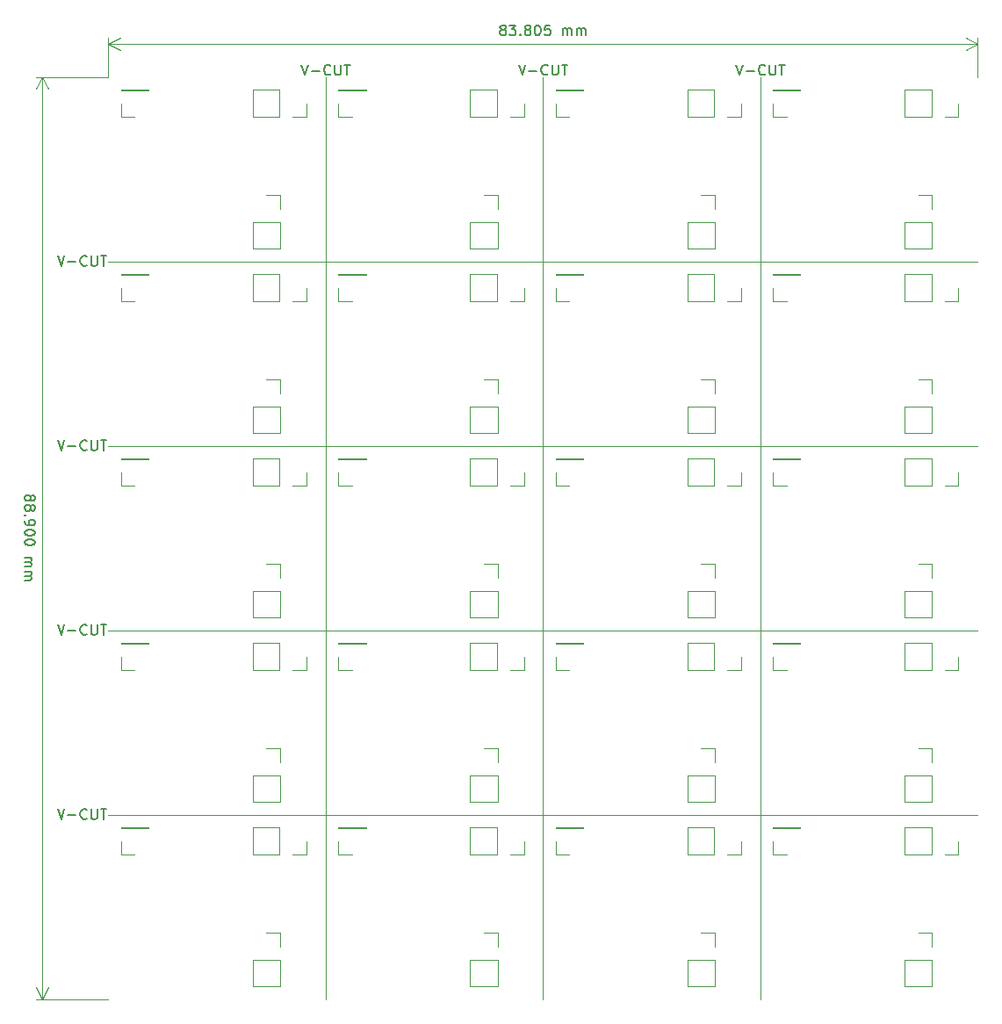
<source format=gbo>
G04 #@! TF.GenerationSoftware,KiCad,Pcbnew,(5.1.6)-1*
G04 #@! TF.CreationDate,2020-06-25T08:18:10+09:00*
G04 #@! TF.ProjectId,NOT___,4e4f5462-d851-42e6-9b69-6361645f7063,rev?*
G04 #@! TF.SameCoordinates,Original*
G04 #@! TF.FileFunction,Legend,Bot*
G04 #@! TF.FilePolarity,Positive*
%FSLAX46Y46*%
G04 Gerber Fmt 4.6, Leading zero omitted, Abs format (unit mm)*
G04 Created by KiCad (PCBNEW (5.1.6)-1) date 2020-06-25 08:18:10*
%MOMM*%
%LPD*%
G01*
G04 APERTURE LIST*
%ADD10C,0.150000*%
%ADD11C,0.120000*%
G04 APERTURE END LIST*
D10*
X28059047Y-72882619D02*
X28106666Y-72787380D01*
X28154285Y-72739761D01*
X28249523Y-72692142D01*
X28297142Y-72692142D01*
X28392380Y-72739761D01*
X28440000Y-72787380D01*
X28487619Y-72882619D01*
X28487619Y-73073095D01*
X28440000Y-73168333D01*
X28392380Y-73215952D01*
X28297142Y-73263571D01*
X28249523Y-73263571D01*
X28154285Y-73215952D01*
X28106666Y-73168333D01*
X28059047Y-73073095D01*
X28059047Y-72882619D01*
X28011428Y-72787380D01*
X27963809Y-72739761D01*
X27868571Y-72692142D01*
X27678095Y-72692142D01*
X27582857Y-72739761D01*
X27535238Y-72787380D01*
X27487619Y-72882619D01*
X27487619Y-73073095D01*
X27535238Y-73168333D01*
X27582857Y-73215952D01*
X27678095Y-73263571D01*
X27868571Y-73263571D01*
X27963809Y-73215952D01*
X28011428Y-73168333D01*
X28059047Y-73073095D01*
X28059047Y-73835000D02*
X28106666Y-73739761D01*
X28154285Y-73692142D01*
X28249523Y-73644523D01*
X28297142Y-73644523D01*
X28392380Y-73692142D01*
X28440000Y-73739761D01*
X28487619Y-73835000D01*
X28487619Y-74025476D01*
X28440000Y-74120714D01*
X28392380Y-74168333D01*
X28297142Y-74215952D01*
X28249523Y-74215952D01*
X28154285Y-74168333D01*
X28106666Y-74120714D01*
X28059047Y-74025476D01*
X28059047Y-73835000D01*
X28011428Y-73739761D01*
X27963809Y-73692142D01*
X27868571Y-73644523D01*
X27678095Y-73644523D01*
X27582857Y-73692142D01*
X27535238Y-73739761D01*
X27487619Y-73835000D01*
X27487619Y-74025476D01*
X27535238Y-74120714D01*
X27582857Y-74168333D01*
X27678095Y-74215952D01*
X27868571Y-74215952D01*
X27963809Y-74168333D01*
X28011428Y-74120714D01*
X28059047Y-74025476D01*
X27582857Y-74644523D02*
X27535238Y-74692142D01*
X27487619Y-74644523D01*
X27535238Y-74596904D01*
X27582857Y-74644523D01*
X27487619Y-74644523D01*
X27487619Y-75168333D02*
X27487619Y-75358809D01*
X27535238Y-75454047D01*
X27582857Y-75501666D01*
X27725714Y-75596904D01*
X27916190Y-75644523D01*
X28297142Y-75644523D01*
X28392380Y-75596904D01*
X28440000Y-75549285D01*
X28487619Y-75454047D01*
X28487619Y-75263571D01*
X28440000Y-75168333D01*
X28392380Y-75120714D01*
X28297142Y-75073095D01*
X28059047Y-75073095D01*
X27963809Y-75120714D01*
X27916190Y-75168333D01*
X27868571Y-75263571D01*
X27868571Y-75454047D01*
X27916190Y-75549285D01*
X27963809Y-75596904D01*
X28059047Y-75644523D01*
X28487619Y-76263571D02*
X28487619Y-76358809D01*
X28440000Y-76454047D01*
X28392380Y-76501666D01*
X28297142Y-76549285D01*
X28106666Y-76596904D01*
X27868571Y-76596904D01*
X27678095Y-76549285D01*
X27582857Y-76501666D01*
X27535238Y-76454047D01*
X27487619Y-76358809D01*
X27487619Y-76263571D01*
X27535238Y-76168333D01*
X27582857Y-76120714D01*
X27678095Y-76073095D01*
X27868571Y-76025476D01*
X28106666Y-76025476D01*
X28297142Y-76073095D01*
X28392380Y-76120714D01*
X28440000Y-76168333D01*
X28487619Y-76263571D01*
X28487619Y-77215952D02*
X28487619Y-77311190D01*
X28440000Y-77406428D01*
X28392380Y-77454047D01*
X28297142Y-77501666D01*
X28106666Y-77549285D01*
X27868571Y-77549285D01*
X27678095Y-77501666D01*
X27582857Y-77454047D01*
X27535238Y-77406428D01*
X27487619Y-77311190D01*
X27487619Y-77215952D01*
X27535238Y-77120714D01*
X27582857Y-77073095D01*
X27678095Y-77025476D01*
X27868571Y-76977857D01*
X28106666Y-76977857D01*
X28297142Y-77025476D01*
X28392380Y-77073095D01*
X28440000Y-77120714D01*
X28487619Y-77215952D01*
X27487619Y-78739761D02*
X28154285Y-78739761D01*
X28059047Y-78739761D02*
X28106666Y-78787380D01*
X28154285Y-78882619D01*
X28154285Y-79025476D01*
X28106666Y-79120714D01*
X28011428Y-79168333D01*
X27487619Y-79168333D01*
X28011428Y-79168333D02*
X28106666Y-79215952D01*
X28154285Y-79311190D01*
X28154285Y-79454047D01*
X28106666Y-79549285D01*
X28011428Y-79596904D01*
X27487619Y-79596904D01*
X27487619Y-80073095D02*
X28154285Y-80073095D01*
X28059047Y-80073095D02*
X28106666Y-80120714D01*
X28154285Y-80215952D01*
X28154285Y-80358809D01*
X28106666Y-80454047D01*
X28011428Y-80501666D01*
X27487619Y-80501666D01*
X28011428Y-80501666D02*
X28106666Y-80549285D01*
X28154285Y-80644523D01*
X28154285Y-80787380D01*
X28106666Y-80882619D01*
X28011428Y-80930238D01*
X27487619Y-80930238D01*
D11*
X29210000Y-32385000D02*
X29210000Y-121285000D01*
X35560000Y-32385000D02*
X28623579Y-32385000D01*
X35560000Y-121285000D02*
X28623579Y-121285000D01*
X29210000Y-121285000D02*
X28623579Y-120158496D01*
X29210000Y-121285000D02*
X29796421Y-120158496D01*
X29210000Y-32385000D02*
X28623579Y-33511504D01*
X29210000Y-32385000D02*
X29796421Y-33511504D01*
D10*
X73510119Y-27820952D02*
X73414880Y-27773333D01*
X73367261Y-27725714D01*
X73319642Y-27630476D01*
X73319642Y-27582857D01*
X73367261Y-27487619D01*
X73414880Y-27440000D01*
X73510119Y-27392380D01*
X73700595Y-27392380D01*
X73795833Y-27440000D01*
X73843452Y-27487619D01*
X73891071Y-27582857D01*
X73891071Y-27630476D01*
X73843452Y-27725714D01*
X73795833Y-27773333D01*
X73700595Y-27820952D01*
X73510119Y-27820952D01*
X73414880Y-27868571D01*
X73367261Y-27916190D01*
X73319642Y-28011428D01*
X73319642Y-28201904D01*
X73367261Y-28297142D01*
X73414880Y-28344761D01*
X73510119Y-28392380D01*
X73700595Y-28392380D01*
X73795833Y-28344761D01*
X73843452Y-28297142D01*
X73891071Y-28201904D01*
X73891071Y-28011428D01*
X73843452Y-27916190D01*
X73795833Y-27868571D01*
X73700595Y-27820952D01*
X74224404Y-27392380D02*
X74843452Y-27392380D01*
X74510119Y-27773333D01*
X74652976Y-27773333D01*
X74748214Y-27820952D01*
X74795833Y-27868571D01*
X74843452Y-27963809D01*
X74843452Y-28201904D01*
X74795833Y-28297142D01*
X74748214Y-28344761D01*
X74652976Y-28392380D01*
X74367261Y-28392380D01*
X74272023Y-28344761D01*
X74224404Y-28297142D01*
X75272023Y-28297142D02*
X75319642Y-28344761D01*
X75272023Y-28392380D01*
X75224404Y-28344761D01*
X75272023Y-28297142D01*
X75272023Y-28392380D01*
X75891071Y-27820952D02*
X75795833Y-27773333D01*
X75748214Y-27725714D01*
X75700595Y-27630476D01*
X75700595Y-27582857D01*
X75748214Y-27487619D01*
X75795833Y-27440000D01*
X75891071Y-27392380D01*
X76081547Y-27392380D01*
X76176785Y-27440000D01*
X76224404Y-27487619D01*
X76272023Y-27582857D01*
X76272023Y-27630476D01*
X76224404Y-27725714D01*
X76176785Y-27773333D01*
X76081547Y-27820952D01*
X75891071Y-27820952D01*
X75795833Y-27868571D01*
X75748214Y-27916190D01*
X75700595Y-28011428D01*
X75700595Y-28201904D01*
X75748214Y-28297142D01*
X75795833Y-28344761D01*
X75891071Y-28392380D01*
X76081547Y-28392380D01*
X76176785Y-28344761D01*
X76224404Y-28297142D01*
X76272023Y-28201904D01*
X76272023Y-28011428D01*
X76224404Y-27916190D01*
X76176785Y-27868571D01*
X76081547Y-27820952D01*
X76891071Y-27392380D02*
X76986309Y-27392380D01*
X77081547Y-27440000D01*
X77129166Y-27487619D01*
X77176785Y-27582857D01*
X77224404Y-27773333D01*
X77224404Y-28011428D01*
X77176785Y-28201904D01*
X77129166Y-28297142D01*
X77081547Y-28344761D01*
X76986309Y-28392380D01*
X76891071Y-28392380D01*
X76795833Y-28344761D01*
X76748214Y-28297142D01*
X76700595Y-28201904D01*
X76652976Y-28011428D01*
X76652976Y-27773333D01*
X76700595Y-27582857D01*
X76748214Y-27487619D01*
X76795833Y-27440000D01*
X76891071Y-27392380D01*
X78129166Y-27392380D02*
X77652976Y-27392380D01*
X77605357Y-27868571D01*
X77652976Y-27820952D01*
X77748214Y-27773333D01*
X77986309Y-27773333D01*
X78081547Y-27820952D01*
X78129166Y-27868571D01*
X78176785Y-27963809D01*
X78176785Y-28201904D01*
X78129166Y-28297142D01*
X78081547Y-28344761D01*
X77986309Y-28392380D01*
X77748214Y-28392380D01*
X77652976Y-28344761D01*
X77605357Y-28297142D01*
X79367261Y-28392380D02*
X79367261Y-27725714D01*
X79367261Y-27820952D02*
X79414880Y-27773333D01*
X79510119Y-27725714D01*
X79652976Y-27725714D01*
X79748214Y-27773333D01*
X79795833Y-27868571D01*
X79795833Y-28392380D01*
X79795833Y-27868571D02*
X79843452Y-27773333D01*
X79938690Y-27725714D01*
X80081547Y-27725714D01*
X80176785Y-27773333D01*
X80224404Y-27868571D01*
X80224404Y-28392380D01*
X80700595Y-28392380D02*
X80700595Y-27725714D01*
X80700595Y-27820952D02*
X80748214Y-27773333D01*
X80843452Y-27725714D01*
X80986309Y-27725714D01*
X81081547Y-27773333D01*
X81129166Y-27868571D01*
X81129166Y-28392380D01*
X81129166Y-27868571D02*
X81176785Y-27773333D01*
X81272023Y-27725714D01*
X81414880Y-27725714D01*
X81510119Y-27773333D01*
X81557738Y-27868571D01*
X81557738Y-28392380D01*
D11*
X35560000Y-29210000D02*
X119365000Y-29210000D01*
X35560000Y-32385000D02*
X35560000Y-28623579D01*
X119365000Y-32385000D02*
X119365000Y-28623579D01*
X119365000Y-29210000D02*
X118238496Y-29796421D01*
X119365000Y-29210000D02*
X118238496Y-28623579D01*
X35560000Y-29210000D02*
X36686504Y-29796421D01*
X35560000Y-29210000D02*
X36686504Y-28623579D01*
D10*
X30662857Y-102957380D02*
X30996190Y-103957380D01*
X31329523Y-102957380D01*
X31662857Y-103576428D02*
X32424761Y-103576428D01*
X33472380Y-103862142D02*
X33424761Y-103909761D01*
X33281904Y-103957380D01*
X33186666Y-103957380D01*
X33043809Y-103909761D01*
X32948571Y-103814523D01*
X32900952Y-103719285D01*
X32853333Y-103528809D01*
X32853333Y-103385952D01*
X32900952Y-103195476D01*
X32948571Y-103100238D01*
X33043809Y-103005000D01*
X33186666Y-102957380D01*
X33281904Y-102957380D01*
X33424761Y-103005000D01*
X33472380Y-103052619D01*
X33900952Y-102957380D02*
X33900952Y-103766904D01*
X33948571Y-103862142D01*
X33996190Y-103909761D01*
X34091428Y-103957380D01*
X34281904Y-103957380D01*
X34377142Y-103909761D01*
X34424761Y-103862142D01*
X34472380Y-103766904D01*
X34472380Y-102957380D01*
X34805714Y-102957380D02*
X35377142Y-102957380D01*
X35091428Y-103957380D02*
X35091428Y-102957380D01*
X30662857Y-85177380D02*
X30996190Y-86177380D01*
X31329523Y-85177380D01*
X31662857Y-85796428D02*
X32424761Y-85796428D01*
X33472380Y-86082142D02*
X33424761Y-86129761D01*
X33281904Y-86177380D01*
X33186666Y-86177380D01*
X33043809Y-86129761D01*
X32948571Y-86034523D01*
X32900952Y-85939285D01*
X32853333Y-85748809D01*
X32853333Y-85605952D01*
X32900952Y-85415476D01*
X32948571Y-85320238D01*
X33043809Y-85225000D01*
X33186666Y-85177380D01*
X33281904Y-85177380D01*
X33424761Y-85225000D01*
X33472380Y-85272619D01*
X33900952Y-85177380D02*
X33900952Y-85986904D01*
X33948571Y-86082142D01*
X33996190Y-86129761D01*
X34091428Y-86177380D01*
X34281904Y-86177380D01*
X34377142Y-86129761D01*
X34424761Y-86082142D01*
X34472380Y-85986904D01*
X34472380Y-85177380D01*
X34805714Y-85177380D02*
X35377142Y-85177380D01*
X35091428Y-86177380D02*
X35091428Y-85177380D01*
X30662857Y-67397380D02*
X30996190Y-68397380D01*
X31329523Y-67397380D01*
X31662857Y-68016428D02*
X32424761Y-68016428D01*
X33472380Y-68302142D02*
X33424761Y-68349761D01*
X33281904Y-68397380D01*
X33186666Y-68397380D01*
X33043809Y-68349761D01*
X32948571Y-68254523D01*
X32900952Y-68159285D01*
X32853333Y-67968809D01*
X32853333Y-67825952D01*
X32900952Y-67635476D01*
X32948571Y-67540238D01*
X33043809Y-67445000D01*
X33186666Y-67397380D01*
X33281904Y-67397380D01*
X33424761Y-67445000D01*
X33472380Y-67492619D01*
X33900952Y-67397380D02*
X33900952Y-68206904D01*
X33948571Y-68302142D01*
X33996190Y-68349761D01*
X34091428Y-68397380D01*
X34281904Y-68397380D01*
X34377142Y-68349761D01*
X34424761Y-68302142D01*
X34472380Y-68206904D01*
X34472380Y-67397380D01*
X34805714Y-67397380D02*
X35377142Y-67397380D01*
X35091428Y-68397380D02*
X35091428Y-67397380D01*
X30662857Y-49617380D02*
X30996190Y-50617380D01*
X31329523Y-49617380D01*
X31662857Y-50236428D02*
X32424761Y-50236428D01*
X33472380Y-50522142D02*
X33424761Y-50569761D01*
X33281904Y-50617380D01*
X33186666Y-50617380D01*
X33043809Y-50569761D01*
X32948571Y-50474523D01*
X32900952Y-50379285D01*
X32853333Y-50188809D01*
X32853333Y-50045952D01*
X32900952Y-49855476D01*
X32948571Y-49760238D01*
X33043809Y-49665000D01*
X33186666Y-49617380D01*
X33281904Y-49617380D01*
X33424761Y-49665000D01*
X33472380Y-49712619D01*
X33900952Y-49617380D02*
X33900952Y-50426904D01*
X33948571Y-50522142D01*
X33996190Y-50569761D01*
X34091428Y-50617380D01*
X34281904Y-50617380D01*
X34377142Y-50569761D01*
X34424761Y-50522142D01*
X34472380Y-50426904D01*
X34472380Y-49617380D01*
X34805714Y-49617380D02*
X35377142Y-49617380D01*
X35091428Y-50617380D02*
X35091428Y-49617380D01*
X96067857Y-31202380D02*
X96401190Y-32202380D01*
X96734523Y-31202380D01*
X97067857Y-31821428D02*
X97829761Y-31821428D01*
X98877380Y-32107142D02*
X98829761Y-32154761D01*
X98686904Y-32202380D01*
X98591666Y-32202380D01*
X98448809Y-32154761D01*
X98353571Y-32059523D01*
X98305952Y-31964285D01*
X98258333Y-31773809D01*
X98258333Y-31630952D01*
X98305952Y-31440476D01*
X98353571Y-31345238D01*
X98448809Y-31250000D01*
X98591666Y-31202380D01*
X98686904Y-31202380D01*
X98829761Y-31250000D01*
X98877380Y-31297619D01*
X99305952Y-31202380D02*
X99305952Y-32011904D01*
X99353571Y-32107142D01*
X99401190Y-32154761D01*
X99496428Y-32202380D01*
X99686904Y-32202380D01*
X99782142Y-32154761D01*
X99829761Y-32107142D01*
X99877380Y-32011904D01*
X99877380Y-31202380D01*
X100210714Y-31202380D02*
X100782142Y-31202380D01*
X100496428Y-32202380D02*
X100496428Y-31202380D01*
X75112857Y-31202380D02*
X75446190Y-32202380D01*
X75779523Y-31202380D01*
X76112857Y-31821428D02*
X76874761Y-31821428D01*
X77922380Y-32107142D02*
X77874761Y-32154761D01*
X77731904Y-32202380D01*
X77636666Y-32202380D01*
X77493809Y-32154761D01*
X77398571Y-32059523D01*
X77350952Y-31964285D01*
X77303333Y-31773809D01*
X77303333Y-31630952D01*
X77350952Y-31440476D01*
X77398571Y-31345238D01*
X77493809Y-31250000D01*
X77636666Y-31202380D01*
X77731904Y-31202380D01*
X77874761Y-31250000D01*
X77922380Y-31297619D01*
X78350952Y-31202380D02*
X78350952Y-32011904D01*
X78398571Y-32107142D01*
X78446190Y-32154761D01*
X78541428Y-32202380D01*
X78731904Y-32202380D01*
X78827142Y-32154761D01*
X78874761Y-32107142D01*
X78922380Y-32011904D01*
X78922380Y-31202380D01*
X79255714Y-31202380D02*
X79827142Y-31202380D01*
X79541428Y-32202380D02*
X79541428Y-31202380D01*
X54157857Y-31202380D02*
X54491190Y-32202380D01*
X54824523Y-31202380D01*
X55157857Y-31821428D02*
X55919761Y-31821428D01*
X56967380Y-32107142D02*
X56919761Y-32154761D01*
X56776904Y-32202380D01*
X56681666Y-32202380D01*
X56538809Y-32154761D01*
X56443571Y-32059523D01*
X56395952Y-31964285D01*
X56348333Y-31773809D01*
X56348333Y-31630952D01*
X56395952Y-31440476D01*
X56443571Y-31345238D01*
X56538809Y-31250000D01*
X56681666Y-31202380D01*
X56776904Y-31202380D01*
X56919761Y-31250000D01*
X56967380Y-31297619D01*
X57395952Y-31202380D02*
X57395952Y-32011904D01*
X57443571Y-32107142D01*
X57491190Y-32154761D01*
X57586428Y-32202380D01*
X57776904Y-32202380D01*
X57872142Y-32154761D01*
X57919761Y-32107142D01*
X57967380Y-32011904D01*
X57967380Y-31202380D01*
X58300714Y-31202380D02*
X58872142Y-31202380D01*
X58586428Y-32202380D02*
X58586428Y-31202380D01*
D11*
X119380000Y-50165000D02*
X35560000Y-50165000D01*
X35560000Y-67945000D02*
X119380000Y-67945000D01*
X119380000Y-85725000D02*
X35560000Y-85725000D01*
X35560000Y-103505000D02*
X119380000Y-103505000D01*
X98425000Y-32385000D02*
X98425000Y-121285000D01*
X77470000Y-121285000D02*
X77470000Y-32385000D01*
X56515000Y-32385000D02*
X56515000Y-121285000D01*
X112320000Y-107375000D02*
X112320000Y-104715000D01*
X114920000Y-107375000D02*
X112320000Y-107375000D01*
X114920000Y-104715000D02*
X112320000Y-104715000D01*
X114920000Y-107375000D02*
X114920000Y-104715000D01*
X116190000Y-107375000D02*
X117520000Y-107375000D01*
X117520000Y-107375000D02*
X117520000Y-106045000D01*
X91370000Y-107375000D02*
X91370000Y-104715000D01*
X93970000Y-107375000D02*
X91370000Y-107375000D01*
X93970000Y-104715000D02*
X91370000Y-104715000D01*
X93970000Y-107375000D02*
X93970000Y-104715000D01*
X95240000Y-107375000D02*
X96570000Y-107375000D01*
X96570000Y-107375000D02*
X96570000Y-106045000D01*
X70420000Y-107375000D02*
X70420000Y-104715000D01*
X73020000Y-107375000D02*
X70420000Y-107375000D01*
X73020000Y-104715000D02*
X70420000Y-104715000D01*
X73020000Y-107375000D02*
X73020000Y-104715000D01*
X74290000Y-107375000D02*
X75620000Y-107375000D01*
X75620000Y-107375000D02*
X75620000Y-106045000D01*
X49470000Y-107375000D02*
X49470000Y-104715000D01*
X52070000Y-107375000D02*
X49470000Y-107375000D01*
X52070000Y-104715000D02*
X49470000Y-104715000D01*
X52070000Y-107375000D02*
X52070000Y-104715000D01*
X53340000Y-107375000D02*
X54670000Y-107375000D01*
X54670000Y-107375000D02*
X54670000Y-106045000D01*
X112320000Y-89595000D02*
X112320000Y-86935000D01*
X114920000Y-89595000D02*
X112320000Y-89595000D01*
X114920000Y-86935000D02*
X112320000Y-86935000D01*
X114920000Y-89595000D02*
X114920000Y-86935000D01*
X116190000Y-89595000D02*
X117520000Y-89595000D01*
X117520000Y-89595000D02*
X117520000Y-88265000D01*
X91370000Y-89595000D02*
X91370000Y-86935000D01*
X93970000Y-89595000D02*
X91370000Y-89595000D01*
X93970000Y-86935000D02*
X91370000Y-86935000D01*
X93970000Y-89595000D02*
X93970000Y-86935000D01*
X95240000Y-89595000D02*
X96570000Y-89595000D01*
X96570000Y-89595000D02*
X96570000Y-88265000D01*
X70420000Y-89595000D02*
X70420000Y-86935000D01*
X73020000Y-89595000D02*
X70420000Y-89595000D01*
X73020000Y-86935000D02*
X70420000Y-86935000D01*
X73020000Y-89595000D02*
X73020000Y-86935000D01*
X74290000Y-89595000D02*
X75620000Y-89595000D01*
X75620000Y-89595000D02*
X75620000Y-88265000D01*
X49470000Y-89595000D02*
X49470000Y-86935000D01*
X52070000Y-89595000D02*
X49470000Y-89595000D01*
X52070000Y-86935000D02*
X49470000Y-86935000D01*
X52070000Y-89595000D02*
X52070000Y-86935000D01*
X53340000Y-89595000D02*
X54670000Y-89595000D01*
X54670000Y-89595000D02*
X54670000Y-88265000D01*
X112320000Y-71815000D02*
X112320000Y-69155000D01*
X114920000Y-71815000D02*
X112320000Y-71815000D01*
X114920000Y-69155000D02*
X112320000Y-69155000D01*
X114920000Y-71815000D02*
X114920000Y-69155000D01*
X116190000Y-71815000D02*
X117520000Y-71815000D01*
X117520000Y-71815000D02*
X117520000Y-70485000D01*
X91370000Y-71815000D02*
X91370000Y-69155000D01*
X93970000Y-71815000D02*
X91370000Y-71815000D01*
X93970000Y-69155000D02*
X91370000Y-69155000D01*
X93970000Y-71815000D02*
X93970000Y-69155000D01*
X95240000Y-71815000D02*
X96570000Y-71815000D01*
X96570000Y-71815000D02*
X96570000Y-70485000D01*
X70420000Y-71815000D02*
X70420000Y-69155000D01*
X73020000Y-71815000D02*
X70420000Y-71815000D01*
X73020000Y-69155000D02*
X70420000Y-69155000D01*
X73020000Y-71815000D02*
X73020000Y-69155000D01*
X74290000Y-71815000D02*
X75620000Y-71815000D01*
X75620000Y-71815000D02*
X75620000Y-70485000D01*
X49470000Y-71815000D02*
X49470000Y-69155000D01*
X52070000Y-71815000D02*
X49470000Y-71815000D01*
X52070000Y-69155000D02*
X49470000Y-69155000D01*
X52070000Y-71815000D02*
X52070000Y-69155000D01*
X53340000Y-71815000D02*
X54670000Y-71815000D01*
X54670000Y-71815000D02*
X54670000Y-70485000D01*
X112320000Y-54035000D02*
X112320000Y-51375000D01*
X114920000Y-54035000D02*
X112320000Y-54035000D01*
X114920000Y-51375000D02*
X112320000Y-51375000D01*
X114920000Y-54035000D02*
X114920000Y-51375000D01*
X116190000Y-54035000D02*
X117520000Y-54035000D01*
X117520000Y-54035000D02*
X117520000Y-52705000D01*
X91370000Y-54035000D02*
X91370000Y-51375000D01*
X93970000Y-54035000D02*
X91370000Y-54035000D01*
X93970000Y-51375000D02*
X91370000Y-51375000D01*
X93970000Y-54035000D02*
X93970000Y-51375000D01*
X95240000Y-54035000D02*
X96570000Y-54035000D01*
X96570000Y-54035000D02*
X96570000Y-52705000D01*
X70420000Y-54035000D02*
X70420000Y-51375000D01*
X73020000Y-54035000D02*
X70420000Y-54035000D01*
X73020000Y-51375000D02*
X70420000Y-51375000D01*
X73020000Y-54035000D02*
X73020000Y-51375000D01*
X74290000Y-54035000D02*
X75620000Y-54035000D01*
X75620000Y-54035000D02*
X75620000Y-52705000D01*
X49470000Y-54035000D02*
X49470000Y-51375000D01*
X52070000Y-54035000D02*
X49470000Y-54035000D01*
X52070000Y-51375000D02*
X49470000Y-51375000D01*
X52070000Y-54035000D02*
X52070000Y-51375000D01*
X53340000Y-54035000D02*
X54670000Y-54035000D01*
X54670000Y-54035000D02*
X54670000Y-52705000D01*
X112320000Y-36255000D02*
X112320000Y-33595000D01*
X114920000Y-36255000D02*
X112320000Y-36255000D01*
X114920000Y-33595000D02*
X112320000Y-33595000D01*
X114920000Y-36255000D02*
X114920000Y-33595000D01*
X116190000Y-36255000D02*
X117520000Y-36255000D01*
X117520000Y-36255000D02*
X117520000Y-34925000D01*
X91370000Y-36255000D02*
X91370000Y-33595000D01*
X93970000Y-36255000D02*
X91370000Y-36255000D01*
X93970000Y-33595000D02*
X91370000Y-33595000D01*
X93970000Y-36255000D02*
X93970000Y-33595000D01*
X95240000Y-36255000D02*
X96570000Y-36255000D01*
X96570000Y-36255000D02*
X96570000Y-34925000D01*
X70420000Y-36255000D02*
X70420000Y-33595000D01*
X73020000Y-36255000D02*
X70420000Y-36255000D01*
X73020000Y-33595000D02*
X70420000Y-33595000D01*
X73020000Y-36255000D02*
X73020000Y-33595000D01*
X74290000Y-36255000D02*
X75620000Y-36255000D01*
X75620000Y-36255000D02*
X75620000Y-34925000D01*
X99620000Y-104715000D02*
X102280000Y-104715000D01*
X99620000Y-104775000D02*
X99620000Y-104715000D01*
X102280000Y-104775000D02*
X102280000Y-104715000D01*
X99620000Y-104775000D02*
X102280000Y-104775000D01*
X99620000Y-106045000D02*
X99620000Y-107375000D01*
X99620000Y-107375000D02*
X100950000Y-107375000D01*
X78670000Y-104715000D02*
X81330000Y-104715000D01*
X78670000Y-104775000D02*
X78670000Y-104715000D01*
X81330000Y-104775000D02*
X81330000Y-104715000D01*
X78670000Y-104775000D02*
X81330000Y-104775000D01*
X78670000Y-106045000D02*
X78670000Y-107375000D01*
X78670000Y-107375000D02*
X80000000Y-107375000D01*
X57720000Y-104715000D02*
X60380000Y-104715000D01*
X57720000Y-104775000D02*
X57720000Y-104715000D01*
X60380000Y-104775000D02*
X60380000Y-104715000D01*
X57720000Y-104775000D02*
X60380000Y-104775000D01*
X57720000Y-106045000D02*
X57720000Y-107375000D01*
X57720000Y-107375000D02*
X59050000Y-107375000D01*
X36770000Y-104715000D02*
X39430000Y-104715000D01*
X36770000Y-104775000D02*
X36770000Y-104715000D01*
X39430000Y-104775000D02*
X39430000Y-104715000D01*
X36770000Y-104775000D02*
X39430000Y-104775000D01*
X36770000Y-106045000D02*
X36770000Y-107375000D01*
X36770000Y-107375000D02*
X38100000Y-107375000D01*
X99620000Y-86935000D02*
X102280000Y-86935000D01*
X99620000Y-86995000D02*
X99620000Y-86935000D01*
X102280000Y-86995000D02*
X102280000Y-86935000D01*
X99620000Y-86995000D02*
X102280000Y-86995000D01*
X99620000Y-88265000D02*
X99620000Y-89595000D01*
X99620000Y-89595000D02*
X100950000Y-89595000D01*
X78670000Y-86935000D02*
X81330000Y-86935000D01*
X78670000Y-86995000D02*
X78670000Y-86935000D01*
X81330000Y-86995000D02*
X81330000Y-86935000D01*
X78670000Y-86995000D02*
X81330000Y-86995000D01*
X78670000Y-88265000D02*
X78670000Y-89595000D01*
X78670000Y-89595000D02*
X80000000Y-89595000D01*
X57720000Y-86935000D02*
X60380000Y-86935000D01*
X57720000Y-86995000D02*
X57720000Y-86935000D01*
X60380000Y-86995000D02*
X60380000Y-86935000D01*
X57720000Y-86995000D02*
X60380000Y-86995000D01*
X57720000Y-88265000D02*
X57720000Y-89595000D01*
X57720000Y-89595000D02*
X59050000Y-89595000D01*
X36770000Y-86935000D02*
X39430000Y-86935000D01*
X36770000Y-86995000D02*
X36770000Y-86935000D01*
X39430000Y-86995000D02*
X39430000Y-86935000D01*
X36770000Y-86995000D02*
X39430000Y-86995000D01*
X36770000Y-88265000D02*
X36770000Y-89595000D01*
X36770000Y-89595000D02*
X38100000Y-89595000D01*
X99620000Y-69155000D02*
X102280000Y-69155000D01*
X99620000Y-69215000D02*
X99620000Y-69155000D01*
X102280000Y-69215000D02*
X102280000Y-69155000D01*
X99620000Y-69215000D02*
X102280000Y-69215000D01*
X99620000Y-70485000D02*
X99620000Y-71815000D01*
X99620000Y-71815000D02*
X100950000Y-71815000D01*
X78670000Y-69155000D02*
X81330000Y-69155000D01*
X78670000Y-69215000D02*
X78670000Y-69155000D01*
X81330000Y-69215000D02*
X81330000Y-69155000D01*
X78670000Y-69215000D02*
X81330000Y-69215000D01*
X78670000Y-70485000D02*
X78670000Y-71815000D01*
X78670000Y-71815000D02*
X80000000Y-71815000D01*
X57720000Y-69155000D02*
X60380000Y-69155000D01*
X57720000Y-69215000D02*
X57720000Y-69155000D01*
X60380000Y-69215000D02*
X60380000Y-69155000D01*
X57720000Y-69215000D02*
X60380000Y-69215000D01*
X57720000Y-70485000D02*
X57720000Y-71815000D01*
X57720000Y-71815000D02*
X59050000Y-71815000D01*
X36770000Y-69155000D02*
X39430000Y-69155000D01*
X36770000Y-69215000D02*
X36770000Y-69155000D01*
X39430000Y-69215000D02*
X39430000Y-69155000D01*
X36770000Y-69215000D02*
X39430000Y-69215000D01*
X36770000Y-70485000D02*
X36770000Y-71815000D01*
X36770000Y-71815000D02*
X38100000Y-71815000D01*
X99620000Y-51375000D02*
X102280000Y-51375000D01*
X99620000Y-51435000D02*
X99620000Y-51375000D01*
X102280000Y-51435000D02*
X102280000Y-51375000D01*
X99620000Y-51435000D02*
X102280000Y-51435000D01*
X99620000Y-52705000D02*
X99620000Y-54035000D01*
X99620000Y-54035000D02*
X100950000Y-54035000D01*
X78670000Y-51375000D02*
X81330000Y-51375000D01*
X78670000Y-51435000D02*
X78670000Y-51375000D01*
X81330000Y-51435000D02*
X81330000Y-51375000D01*
X78670000Y-51435000D02*
X81330000Y-51435000D01*
X78670000Y-52705000D02*
X78670000Y-54035000D01*
X78670000Y-54035000D02*
X80000000Y-54035000D01*
X57720000Y-51375000D02*
X60380000Y-51375000D01*
X57720000Y-51435000D02*
X57720000Y-51375000D01*
X60380000Y-51435000D02*
X60380000Y-51375000D01*
X57720000Y-51435000D02*
X60380000Y-51435000D01*
X57720000Y-52705000D02*
X57720000Y-54035000D01*
X57720000Y-54035000D02*
X59050000Y-54035000D01*
X36770000Y-51375000D02*
X39430000Y-51375000D01*
X36770000Y-51435000D02*
X36770000Y-51375000D01*
X39430000Y-51435000D02*
X39430000Y-51375000D01*
X36770000Y-51435000D02*
X39430000Y-51435000D01*
X36770000Y-52705000D02*
X36770000Y-54035000D01*
X36770000Y-54035000D02*
X38100000Y-54035000D01*
X99620000Y-33595000D02*
X102280000Y-33595000D01*
X99620000Y-33655000D02*
X99620000Y-33595000D01*
X102280000Y-33655000D02*
X102280000Y-33595000D01*
X99620000Y-33655000D02*
X102280000Y-33655000D01*
X99620000Y-34925000D02*
X99620000Y-36255000D01*
X99620000Y-36255000D02*
X100950000Y-36255000D01*
X78670000Y-33595000D02*
X81330000Y-33595000D01*
X78670000Y-33655000D02*
X78670000Y-33595000D01*
X81330000Y-33655000D02*
X81330000Y-33595000D01*
X78670000Y-33655000D02*
X81330000Y-33655000D01*
X78670000Y-34925000D02*
X78670000Y-36255000D01*
X78670000Y-36255000D02*
X80000000Y-36255000D01*
X57720000Y-33595000D02*
X60380000Y-33595000D01*
X57720000Y-33655000D02*
X57720000Y-33595000D01*
X60380000Y-33655000D02*
X60380000Y-33595000D01*
X57720000Y-33655000D02*
X60380000Y-33655000D01*
X57720000Y-34925000D02*
X57720000Y-36255000D01*
X57720000Y-36255000D02*
X59050000Y-36255000D01*
X114980000Y-114875000D02*
X113650000Y-114875000D01*
X114980000Y-116205000D02*
X114980000Y-114875000D01*
X114980000Y-117475000D02*
X112320000Y-117475000D01*
X112320000Y-117475000D02*
X112320000Y-120075000D01*
X114980000Y-117475000D02*
X114980000Y-120075000D01*
X114980000Y-120075000D02*
X112320000Y-120075000D01*
X94030000Y-114875000D02*
X92700000Y-114875000D01*
X94030000Y-116205000D02*
X94030000Y-114875000D01*
X94030000Y-117475000D02*
X91370000Y-117475000D01*
X91370000Y-117475000D02*
X91370000Y-120075000D01*
X94030000Y-117475000D02*
X94030000Y-120075000D01*
X94030000Y-120075000D02*
X91370000Y-120075000D01*
X73080000Y-114875000D02*
X71750000Y-114875000D01*
X73080000Y-116205000D02*
X73080000Y-114875000D01*
X73080000Y-117475000D02*
X70420000Y-117475000D01*
X70420000Y-117475000D02*
X70420000Y-120075000D01*
X73080000Y-117475000D02*
X73080000Y-120075000D01*
X73080000Y-120075000D02*
X70420000Y-120075000D01*
X52130000Y-114875000D02*
X50800000Y-114875000D01*
X52130000Y-116205000D02*
X52130000Y-114875000D01*
X52130000Y-117475000D02*
X49470000Y-117475000D01*
X49470000Y-117475000D02*
X49470000Y-120075000D01*
X52130000Y-117475000D02*
X52130000Y-120075000D01*
X52130000Y-120075000D02*
X49470000Y-120075000D01*
X114980000Y-97095000D02*
X113650000Y-97095000D01*
X114980000Y-98425000D02*
X114980000Y-97095000D01*
X114980000Y-99695000D02*
X112320000Y-99695000D01*
X112320000Y-99695000D02*
X112320000Y-102295000D01*
X114980000Y-99695000D02*
X114980000Y-102295000D01*
X114980000Y-102295000D02*
X112320000Y-102295000D01*
X94030000Y-97095000D02*
X92700000Y-97095000D01*
X94030000Y-98425000D02*
X94030000Y-97095000D01*
X94030000Y-99695000D02*
X91370000Y-99695000D01*
X91370000Y-99695000D02*
X91370000Y-102295000D01*
X94030000Y-99695000D02*
X94030000Y-102295000D01*
X94030000Y-102295000D02*
X91370000Y-102295000D01*
X73080000Y-97095000D02*
X71750000Y-97095000D01*
X73080000Y-98425000D02*
X73080000Y-97095000D01*
X73080000Y-99695000D02*
X70420000Y-99695000D01*
X70420000Y-99695000D02*
X70420000Y-102295000D01*
X73080000Y-99695000D02*
X73080000Y-102295000D01*
X73080000Y-102295000D02*
X70420000Y-102295000D01*
X52130000Y-97095000D02*
X50800000Y-97095000D01*
X52130000Y-98425000D02*
X52130000Y-97095000D01*
X52130000Y-99695000D02*
X49470000Y-99695000D01*
X49470000Y-99695000D02*
X49470000Y-102295000D01*
X52130000Y-99695000D02*
X52130000Y-102295000D01*
X52130000Y-102295000D02*
X49470000Y-102295000D01*
X114980000Y-79315000D02*
X113650000Y-79315000D01*
X114980000Y-80645000D02*
X114980000Y-79315000D01*
X114980000Y-81915000D02*
X112320000Y-81915000D01*
X112320000Y-81915000D02*
X112320000Y-84515000D01*
X114980000Y-81915000D02*
X114980000Y-84515000D01*
X114980000Y-84515000D02*
X112320000Y-84515000D01*
X94030000Y-79315000D02*
X92700000Y-79315000D01*
X94030000Y-80645000D02*
X94030000Y-79315000D01*
X94030000Y-81915000D02*
X91370000Y-81915000D01*
X91370000Y-81915000D02*
X91370000Y-84515000D01*
X94030000Y-81915000D02*
X94030000Y-84515000D01*
X94030000Y-84515000D02*
X91370000Y-84515000D01*
X73080000Y-79315000D02*
X71750000Y-79315000D01*
X73080000Y-80645000D02*
X73080000Y-79315000D01*
X73080000Y-81915000D02*
X70420000Y-81915000D01*
X70420000Y-81915000D02*
X70420000Y-84515000D01*
X73080000Y-81915000D02*
X73080000Y-84515000D01*
X73080000Y-84515000D02*
X70420000Y-84515000D01*
X52130000Y-79315000D02*
X50800000Y-79315000D01*
X52130000Y-80645000D02*
X52130000Y-79315000D01*
X52130000Y-81915000D02*
X49470000Y-81915000D01*
X49470000Y-81915000D02*
X49470000Y-84515000D01*
X52130000Y-81915000D02*
X52130000Y-84515000D01*
X52130000Y-84515000D02*
X49470000Y-84515000D01*
X114980000Y-61535000D02*
X113650000Y-61535000D01*
X114980000Y-62865000D02*
X114980000Y-61535000D01*
X114980000Y-64135000D02*
X112320000Y-64135000D01*
X112320000Y-64135000D02*
X112320000Y-66735000D01*
X114980000Y-64135000D02*
X114980000Y-66735000D01*
X114980000Y-66735000D02*
X112320000Y-66735000D01*
X94030000Y-61535000D02*
X92700000Y-61535000D01*
X94030000Y-62865000D02*
X94030000Y-61535000D01*
X94030000Y-64135000D02*
X91370000Y-64135000D01*
X91370000Y-64135000D02*
X91370000Y-66735000D01*
X94030000Y-64135000D02*
X94030000Y-66735000D01*
X94030000Y-66735000D02*
X91370000Y-66735000D01*
X73080000Y-61535000D02*
X71750000Y-61535000D01*
X73080000Y-62865000D02*
X73080000Y-61535000D01*
X73080000Y-64135000D02*
X70420000Y-64135000D01*
X70420000Y-64135000D02*
X70420000Y-66735000D01*
X73080000Y-64135000D02*
X73080000Y-66735000D01*
X73080000Y-66735000D02*
X70420000Y-66735000D01*
X52130000Y-61535000D02*
X50800000Y-61535000D01*
X52130000Y-62865000D02*
X52130000Y-61535000D01*
X52130000Y-64135000D02*
X49470000Y-64135000D01*
X49470000Y-64135000D02*
X49470000Y-66735000D01*
X52130000Y-64135000D02*
X52130000Y-66735000D01*
X52130000Y-66735000D02*
X49470000Y-66735000D01*
X114980000Y-43755000D02*
X113650000Y-43755000D01*
X114980000Y-45085000D02*
X114980000Y-43755000D01*
X114980000Y-46355000D02*
X112320000Y-46355000D01*
X112320000Y-46355000D02*
X112320000Y-48955000D01*
X114980000Y-46355000D02*
X114980000Y-48955000D01*
X114980000Y-48955000D02*
X112320000Y-48955000D01*
X94030000Y-43755000D02*
X92700000Y-43755000D01*
X94030000Y-45085000D02*
X94030000Y-43755000D01*
X94030000Y-46355000D02*
X91370000Y-46355000D01*
X91370000Y-46355000D02*
X91370000Y-48955000D01*
X94030000Y-46355000D02*
X94030000Y-48955000D01*
X94030000Y-48955000D02*
X91370000Y-48955000D01*
X73080000Y-43755000D02*
X71750000Y-43755000D01*
X73080000Y-45085000D02*
X73080000Y-43755000D01*
X73080000Y-46355000D02*
X70420000Y-46355000D01*
X70420000Y-46355000D02*
X70420000Y-48955000D01*
X73080000Y-46355000D02*
X73080000Y-48955000D01*
X73080000Y-48955000D02*
X70420000Y-48955000D01*
X36770000Y-36255000D02*
X38100000Y-36255000D01*
X36770000Y-34925000D02*
X36770000Y-36255000D01*
X36770000Y-33655000D02*
X39430000Y-33655000D01*
X39430000Y-33655000D02*
X39430000Y-33595000D01*
X36770000Y-33655000D02*
X36770000Y-33595000D01*
X36770000Y-33595000D02*
X39430000Y-33595000D01*
X54670000Y-36255000D02*
X54670000Y-34925000D01*
X53340000Y-36255000D02*
X54670000Y-36255000D01*
X52070000Y-36255000D02*
X52070000Y-33595000D01*
X52070000Y-33595000D02*
X49470000Y-33595000D01*
X52070000Y-36255000D02*
X49470000Y-36255000D01*
X49470000Y-36255000D02*
X49470000Y-33595000D01*
X52130000Y-48955000D02*
X49470000Y-48955000D01*
X52130000Y-46355000D02*
X52130000Y-48955000D01*
X49470000Y-46355000D02*
X49470000Y-48955000D01*
X52130000Y-46355000D02*
X49470000Y-46355000D01*
X52130000Y-45085000D02*
X52130000Y-43755000D01*
X52130000Y-43755000D02*
X50800000Y-43755000D01*
M02*

</source>
